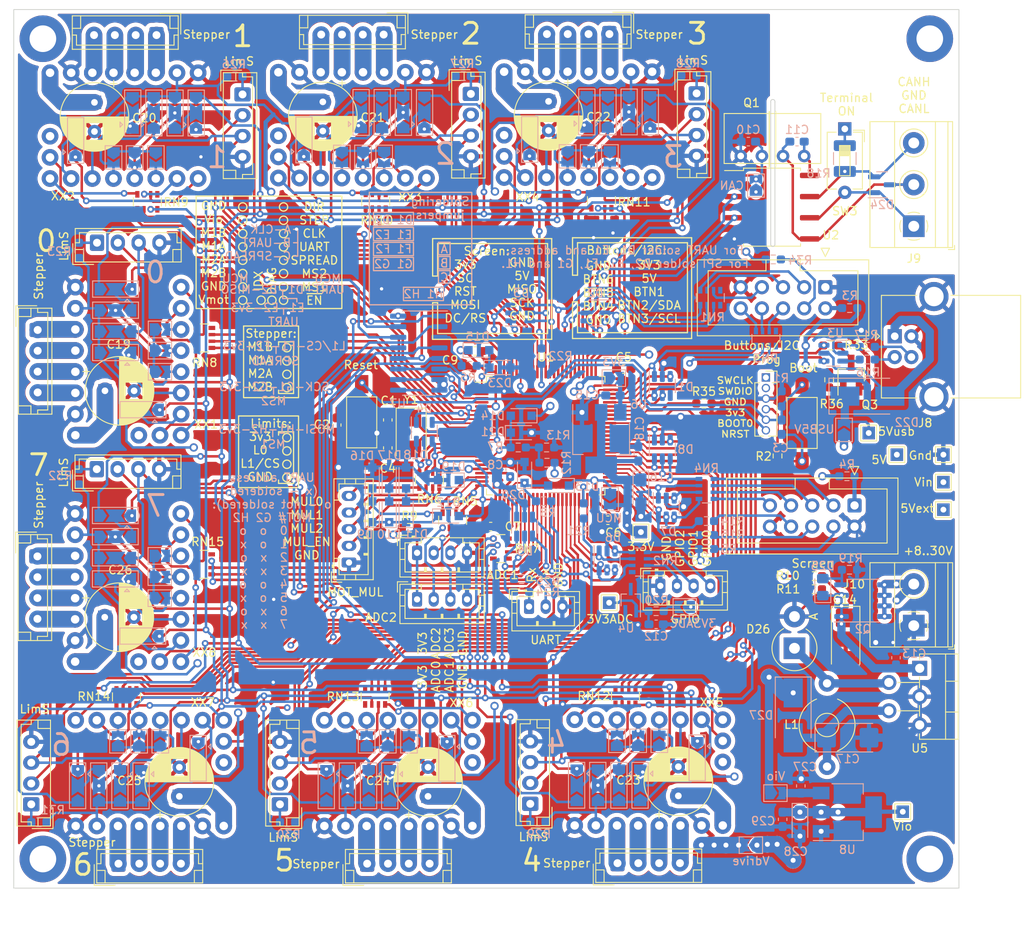
<source format=kicad_pcb>
(kicad_pcb (version 20211014) (generator pcbnew)

  (general
    (thickness 4.69)
  )

  (paper "A4")
  (layers
    (0 "F.Cu" signal)
    (1 "In1.Cu" power "Ground.Cu")
    (2 "In2.Cu" power "Power.Cu")
    (31 "B.Cu" signal)
    (32 "B.Adhes" user "B.Adhesive")
    (33 "F.Adhes" user "F.Adhesive")
    (34 "B.Paste" user)
    (35 "F.Paste" user)
    (36 "B.SilkS" user "B.Silkscreen")
    (37 "F.SilkS" user "F.Silkscreen")
    (38 "B.Mask" user)
    (39 "F.Mask" user)
    (40 "Dwgs.User" user "User.Drawings")
    (41 "Cmts.User" user "User.Comments")
    (42 "Eco1.User" user "User.Eco1")
    (43 "Eco2.User" user "User.Eco2")
    (44 "Edge.Cuts" user)
    (45 "Margin" user)
    (46 "B.CrtYd" user "B.Courtyard")
    (47 "F.CrtYd" user "F.Courtyard")
    (48 "B.Fab" user)
    (49 "F.Fab" user)
    (50 "User.1" user)
    (51 "User.2" user)
    (52 "User.3" user)
    (53 "User.4" user)
    (54 "User.5" user)
    (55 "User.6" user)
    (56 "User.7" user)
    (57 "User.8" user)
    (58 "User.9" user)
  )

  (setup
    (stackup
      (layer "F.SilkS" (type "Top Silk Screen"))
      (layer "F.Paste" (type "Top Solder Paste"))
      (layer "F.Mask" (type "Top Solder Mask") (thickness 0.01))
      (layer "F.Cu" (type "copper") (thickness 0.035))
      (layer "dielectric 1" (type "core") (thickness 1.51) (material "FR4") (epsilon_r 4.5) (loss_tangent 0.02))
      (layer "In1.Cu" (type "copper") (thickness 0.035))
      (layer "dielectric 2" (type "prepreg") (thickness 1.51) (material "FR4") (epsilon_r 4.5) (loss_tangent 0.02))
      (layer "In2.Cu" (type "copper") (thickness 0.035))
      (layer "dielectric 3" (type "core") (thickness 1.51) (material "FR4") (epsilon_r 4.5) (loss_tangent 0.02))
      (layer "B.Cu" (type "copper") (thickness 0.035))
      (layer "B.Mask" (type "Bottom Solder Mask") (thickness 0.01))
      (layer "B.Paste" (type "Bottom Solder Paste"))
      (layer "B.SilkS" (type "Bottom Silk Screen"))
      (copper_finish "None")
      (dielectric_constraints no)
    )
    (pad_to_mask_clearance 0)
    (pcbplotparams
      (layerselection 0x00010fc_ffffffff)
      (disableapertmacros false)
      (usegerberextensions false)
      (usegerberattributes true)
      (usegerberadvancedattributes true)
      (creategerberjobfile true)
      (svguseinch false)
      (svgprecision 6)
      (excludeedgelayer true)
      (plotframeref false)
      (viasonmask false)
      (mode 1)
      (useauxorigin false)
      (hpglpennumber 1)
      (hpglpenspeed 20)
      (hpglpendiameter 15.000000)
      (dxfpolygonmode true)
      (dxfimperialunits true)
      (dxfusepcbnewfont true)
      (psnegative false)
      (psa4output false)
      (plotreference true)
      (plotvalue true)
      (plotinvisibletext false)
      (sketchpadsonfab false)
      (subtractmaskfromsilk false)
      (outputformat 1)
      (mirror false)
      (drillshape 0)
      (scaleselection 1)
      (outputdirectory "gerbers/")
    )
  )

  (net 0 "")
  (net 1 "/MCU base/OSC_IN")
  (net 2 "GND")
  (net 3 "/MCU base/NRST")
  (net 4 "/MCU base/BOOT0")
  (net 5 "+3V3")
  (net 6 "/MCU base/OSC_OUT")
  (net 7 "unconnected-(D1-Pad4)")
  (net 8 "/MCU base/BTN1")
  (net 9 "/MCU base/BTN2_SDA")
  (net 10 "/MCU base/SWDIO")
  (net 11 "/MCU base/BTN3_SCL")
  (net 12 "/MCU base/SWCLK")
  (net 13 "M4_L0")
  (net 14 "M4_L1")
  (net 15 "/MCU base/BTN4")
  (net 16 "/MCU base/BTN5")
  (net 17 "/MCU base/BTN6")
  (net 18 "M3_L1")
  (net 19 "M3_L0")
  (net 20 "M2_L1")
  (net 21 "M2_L0")
  (net 22 "M1_L0")
  (net 23 "M1_L1")
  (net 24 "/MCU base/SCRN_DCRS")
  (net 25 "/MCU base/SCRN_SCK")
  (net 26 "/MCU base/SCRN_MISO")
  (net 27 "/MCU base/SCRN_MOSI")
  (net 28 "/MCU base/SCRN_RST")
  (net 29 "/MCU base/SCRN_CS")
  (net 30 "M6_L1")
  (net 31 "M6_L0")
  (net 32 "M5_L1")
  (net 33 "M5_L0")
  (net 34 "/MCU base/A0")
  (net 35 "/MCU base/A1")
  (net 36 "/MCU base/A2")
  (net 37 "/MCU base/A3")
  (net 38 "/MCU base/A4")
  (net 39 "/MCU base/A5")
  (net 40 "Net-(J1-Pad4)")
  (net 41 "Net-(J2-Pad2)")
  (net 42 "Net-(J2-Pad3)")
  (net 43 "Net-(J2-Pad5)")
  (net 44 "Net-(J2-Pad6)")
  (net 45 "Net-(J2-Pad7)")
  (net 46 "Net-(J2-Pad8)")
  (net 47 "ADC2")
  (net 48 "ADC3")
  (net 49 "ADC4")
  (net 50 "ADC5")
  (net 51 "+5V")
  (net 52 "ADC0")
  (net 53 "Vdrive")
  (net 54 "ADC1")
  (net 55 "unconnected-(RN1-Pad4)")
  (net 56 "unconnected-(RN1-Pad5)")
  (net 57 "MUL0")
  (net 58 "MUL1")
  (net 59 "MUL2")
  (net 60 "MUL_EN")
  (net 61 "M1_EN")
  (net 62 "M1_DIR")
  (net 63 "M1_STEP")
  (net 64 "+3.3VADC")
  (net 65 "TMC_SCK")
  (net 66 "TMC_MISO")
  (net 67 "TMC_MOSI")
  (net 68 "USART3_TX")
  (net 69 "M6_STEP")
  (net 70 "M6_DIR")
  (net 71 "M6_EN")
  (net 72 "M5_STEP")
  (net 73 "M5_DIR")
  (net 74 "M5_EN")
  (net 75 "USB_DM")
  (net 76 "USB_DP")
  (net 77 "M4_STEP")
  (net 78 "M4_EN")
  (net 79 "M4_DIR")
  (net 80 "CAN_RX")
  (net 81 "CAN_TX")
  (net 82 "USART2_TX")
  (net 83 "M3_DIR")
  (net 84 "M3_STEP")
  (net 85 "M3_EN")
  (net 86 "M2_STEP")
  (net 87 "M2_DIR")
  (net 88 "M2_EN")
  (net 89 "Net-(J2-Pad10)")
  (net 90 "Net-(C10-Pad1)")
  (net 91 "/MCU base/MOT_MUL0")
  (net 92 "/MCU base/MOT_MUL1")
  (net 93 "/MCU base/MOT_MUL2")
  (net 94 "/MCU base/MOT_MUL_EN")
  (net 95 "Net-(J6-Pad2)")
  (net 96 "Net-(J6-Pad3)")
  (net 97 "Net-(J6-Pad4)")
  (net 98 "Net-(J6-Pad5)")
  (net 99 "Net-(C11-Pad1)")
  (net 100 "Earth")
  (net 101 "Net-(C15-Pad1)")
  (net 102 "Net-(C17-Pad1)")
  (net 103 "Net-(D22-Pad1)")
  (net 104 "/VB")
  (net 105 "Net-(J3-Pad8)")
  (net 106 "/MCU base/OUT1")
  (net 107 "/MCU base/OUT0")
  (net 108 "/MCU base/OUT2")
  (net 109 "Net-(J7-Pad2)")
  (net 110 "Net-(J7-Pad3)")
  (net 111 "unconnected-(RN2-Pad4)")
  (net 112 "unconnected-(RN2-Pad5)")
  (net 113 "Net-(J7-Pad4)")
  (net 114 "/CANL")
  (net 115 "/CANH")
  (net 116 "Net-(D25-Pad2)")
  (net 117 "Net-(D26-Pad1)")
  (net 118 "Net-(J3-Pad1)")
  (net 119 "Net-(J3-Pad3)")
  (net 120 "Net-(J3-Pad4)")
  (net 121 "Net-(J3-Pad5)")
  (net 122 "Net-(J3-Pad6)")
  (net 123 "Net-(J3-Pad7)")
  (net 124 "Net-(J3-Pad9)")
  (net 125 "Net-(J4-Pad1)")
  (net 126 "Net-(J8-Pad2)")
  (net 127 "Net-(J8-Pad3)")
  (net 128 "Net-(J10-Pad2)")
  (net 129 "Net-(JP4-Pad2)")
  (net 130 "/Motors/Vm")
  (net 131 "/Motors/USART0-3")
  (net 132 "/Motors/MOSI")
  (net 133 "Net-(JP8-Pad1)")
  (net 134 "/Motors/SCK")
  (net 135 "Net-(JP13-Pad1)")
  (net 136 "/Motors/MISO")
  (net 137 "unconnected-(RN8-Pad8)")
  (net 138 "unconnected-(RN8-Pad1)")
  (net 139 "Net-(R16-Pad2)")
  (net 140 "Net-(R17-Pad2)")
  (net 141 "Net-(R18-Pad1)")
  (net 142 "/Motors/USART4-7")
  (net 143 "/Motors/DIAG4")
  (net 144 "/Motors/DIAG6")
  (net 145 "/Motors/DIAG7")
  (net 146 "/Motors/DIAG5")
  (net 147 "/Motors/DIAG3")
  (net 148 "/Motors/DIAG0")
  (net 149 "/Motors/DIAG1")
  (net 150 "/Motors/DIAG2")
  (net 151 "unconnected-(XX1-Pad18)")
  (net 152 "/Motors/stepper_M1/U")
  (net 153 "Net-(J11-Pad1)")
  (net 154 "/Motors/stepper_M1/~{ENx}")
  (net 155 "/Motors/stepper_M1/STEPx")
  (net 156 "/Motors/stepper_M1/DIRx")
  (net 157 "/MCU base/USART1_RX")
  (net 158 "/Motors/stepper_M1/MS1")
  (net 159 "/Motors/stepper_M1/MS2")
  (net 160 "/Motors/stepper_M1/SPR")
  (net 161 "/Motors/stepper_M1/CLK")
  (net 162 "/MCU base/USART1_TX")
  (net 163 "Net-(J13-Pad2)")
  (net 164 "Net-(J13-Pad1)")
  (net 165 "M0_L1")
  (net 166 "M0_L0")
  (net 167 "Net-(J12-Pad4)")
  (net 168 "Net-(J12-Pad3)")
  (net 169 "Net-(J12-Pad2)")
  (net 170 "Net-(J12-Pad1)")
  (net 171 "M0_STEP")
  (net 172 "M0_DIR")
  (net 173 "M0_EN")
  (net 174 "M7_L0")
  (net 175 "M7_L1")
  (net 176 "M7_DIR")
  (net 177 "M7_EN")
  (net 178 "M7_STEP")
  (net 179 "MCU3v3")
  (net 180 "unconnected-(RN7-Pad5)")
  (net 181 "unconnected-(RN7-Pad4)")
  (net 182 "Net-(J14-Pad1)")
  (net 183 "Net-(J15-Pad1)")
  (net 184 "Net-(J15-Pad2)")
  (net 185 "Net-(J15-Pad3)")
  (net 186 "Net-(J15-Pad4)")
  (net 187 "Net-(JP16-Pad1)")
  (net 188 "/Motors/stepper_M2/U")
  (net 189 "/Motors/stepper_M2/MS1")
  (net 190 "/Motors/stepper_M2/MS2")
  (net 191 "/Motors/stepper_M2/SPR")
  (net 192 "Net-(JP21-Pad1)")
  (net 193 "/Motors/stepper_M2/CLK")
  (net 194 "/Motors/stepper_M2/DIRx")
  (net 195 "/Motors/stepper_M2/STEPx")
  (net 196 "/Motors/stepper_M2/~{ENx}")
  (net 197 "unconnected-(RN9-Pad1)")
  (net 198 "unconnected-(RN9-Pad8)")
  (net 199 "unconnected-(XX2-Pad18)")
  (net 200 "Net-(J16-Pad1)")
  (net 201 "Net-(J17-Pad1)")
  (net 202 "Net-(J17-Pad2)")
  (net 203 "Net-(J17-Pad3)")
  (net 204 "Net-(J17-Pad4)")
  (net 205 "Net-(JP24-Pad1)")
  (net 206 "/Motors/stepper_M3/U")
  (net 207 "/Motors/stepper_M3/MS1")
  (net 208 "/Motors/stepper_M3/MS2")
  (net 209 "/Motors/stepper_M3/SPR")
  (net 210 "Net-(JP29-Pad1)")
  (net 211 "/Motors/stepper_M3/CLK")
  (net 212 "unconnected-(RN10-Pad1)")
  (net 213 "/Motors/stepper_M3/DIRx")
  (net 214 "/Motors/stepper_M3/STEPx")
  (net 215 "/Motors/stepper_M3/~{ENx}")
  (net 216 "unconnected-(RN10-Pad8)")
  (net 217 "unconnected-(XX3-Pad18)")
  (net 218 "Net-(J18-Pad1)")
  (net 219 "Net-(J19-Pad1)")
  (net 220 "Net-(J19-Pad2)")
  (net 221 "Net-(J19-Pad3)")
  (net 222 "Net-(J19-Pad4)")
  (net 223 "Net-(JP32-Pad1)")
  (net 224 "/Motors/stepper_M4/U")
  (net 225 "/Motors/stepper_M4/MS1")
  (net 226 "/Motors/stepper_M4/MS2")
  (net 227 "/Motors/stepper_M4/SPR")
  (net 228 "Net-(JP37-Pad1)")
  (net 229 "/Motors/stepper_M4/CLK")
  (net 230 "unconnected-(RN11-Pad1)")
  (net 231 "/Motors/stepper_M4/DIRx")
  (net 232 "/Motors/stepper_M4/STEPx")
  (net 233 "/Motors/stepper_M4/~{ENx}")
  (net 234 "unconnected-(RN11-Pad8)")
  (net 235 "unconnected-(XX4-Pad18)")
  (net 236 "Net-(J20-Pad1)")
  (net 237 "Net-(J21-Pad1)")
  (net 238 "Net-(J21-Pad2)")
  (net 239 "Net-(J21-Pad3)")
  (net 240 "Net-(J21-Pad4)")
  (net 241 "Net-(JP40-Pad1)")
  (net 242 "/Motors/stepper_M5/U")
  (net 243 "/Motors/stepper_M5/MS1")
  (net 244 "/Motors/stepper_M5/MS2")
  (net 245 "/Motors/stepper_M5/SPR")
  (net 246 "Net-(JP45-Pad1)")
  (net 247 "/Motors/stepper_M5/CLK")
  (net 248 "unconnected-(RN12-Pad1)")
  (net 249 "/Motors/stepper_M5/DIRx")
  (net 250 "/Motors/stepper_M5/STEPx")
  (net 251 "/Motors/stepper_M5/~{ENx}")
  (net 252 "unconnected-(RN12-Pad8)")
  (net 253 "unconnected-(XX5-Pad18)")
  (net 254 "Net-(J22-Pad1)")
  (net 255 "Net-(J23-Pad1)")
  (net 256 "Net-(J23-Pad2)")
  (net 257 "Net-(J23-Pad3)")
  (net 258 "Net-(J23-Pad4)")
  (net 259 "Net-(JP48-Pad1)")
  (net 260 "/Motors/stepper_M6/U")
  (net 261 "/Motors/stepper_M6/MS1")
  (net 262 "/Motors/stepper_M6/MS2")
  (net 263 "/Motors/stepper_M6/SPR")
  (net 264 "Net-(JP53-Pad1)")
  (net 265 "/Motors/stepper_M6/CLK")
  (net 266 "unconnected-(RN13-Pad1)")
  (net 267 "/Motors/stepper_M6/DIRx")
  (net 268 "/Motors/stepper_M6/STEPx")
  (net 269 "/Motors/stepper_M6/~{ENx}")
  (net 270 "unconnected-(RN13-Pad8)")
  (net 271 "unconnected-(XX6-Pad18)")
  (net 272 "Net-(J24-Pad1)")
  (net 273 "Net-(J25-Pad1)")
  (net 274 "Net-(J25-Pad2)")
  (net 275 "Net-(J25-Pad3)")
  (net 276 "Net-(J25-Pad4)")
  (net 277 "Net-(JP56-Pad1)")
  (net 278 "/Motors/stepper_M7/U")
  (net 279 "/Motors/stepper_M7/MS1")
  (net 280 "/Motors/stepper_M7/MS2")
  (net 281 "/Motors/stepper_M7/SPR")
  (net 282 "Net-(JP61-Pad1)")
  (net 283 "/Motors/stepper_M7/CLK")
  (net 284 "unconnected-(RN14-Pad1)")
  (net 285 "/Motors/stepper_M7/DIRx")
  (net 286 "/Motors/stepper_M7/STEPx")
  (net 287 "/Motors/stepper_M7/~{ENx}")
  (net 288 "unconnected-(RN14-Pad8)")
  (net 289 "unconnected-(XX7-Pad18)")
  (net 290 "Net-(J26-Pad1)")
  (net 291 "Net-(J27-Pad1)")
  (net 292 "Net-(J27-Pad2)")
  (net 293 "Net-(J27-Pad3)")
  (net 294 "Net-(J27-Pad4)")
  (net 295 "Net-(JP64-Pad1)")
  (net 296 "/Motors/stepper_M8/U")
  (net 297 "/Motors/stepper_M8/MS1")
  (net 298 "/Motors/stepper_M8/MS2")
  (net 299 "/Motors/stepper_M8/SPR")
  (net 300 "Net-(JP69-Pad1)")
  (net 301 "/Motors/stepper_M8/CLK")
  (net 302 "unconnected-(RN15-Pad1)")
  (net 303 "/Motors/stepper_M8/DIRx")
  (net 304 "/Motors/stepper_M8/STEPx")
  (net 305 "/Motors/stepper_M8/~{ENx}")
  (net 306 "unconnected-(RN15-Pad8)")
  (net 307 "unconnected-(XX8-Pad18)")
  (net 308 "/MCU base/Diagn")
  (net 309 "DIAGNOST")
  (net 310 "Net-(C27-Pad1)")
  (net 311 "Vio")
  (net 312 "Net-(Q3-Pad1)")
  (net 313 "Net-(J2-Pad4)")
  (net 314 "Net-(R33-Pad1)")
  (net 315 "/MCU base/DPPU")
  (net 316 "unconnected-(RN3-Pad1)")
  (net 317 "unconnected-(RN3-Pad8)")

  (footprint "Capacitor_SMD:C_0603_1608Metric_Pad1.08x0.95mm_HandSolder" (layer "F.Cu") (at 110.8975 79.502))

  (footprint "Connector_JST:JST_EH_B4B-EH-A_1x04_P2.50mm_Vertical" (layer "F.Cu") (at 99.921075 41.501827 180))

  (footprint "Connector_JST:JST_EH_B4B-EH-A_1x04_P2.50mm_Vertical" (layer "F.Cu") (at 58.374 76.974 -90))

  (footprint "Connector_JST:JST_PH_B5B-PH-K_1x05_P2.00mm_Vertical" (layer "F.Cu") (at 95.758 104.902 90))

  (footprint "Connector_IDC:IDC-Header_2x05_P2.54mm_Vertical" (layer "F.Cu") (at 152.9588 71.8407 -90))

  (footprint "Button_Switch_SMD:SW_SPST_FSMSM" (layer "F.Cu") (at 150.1648 88.138 -90))

  (footprint "Connector_JST:JST_EH_B4B-EH-A_1x04_P2.50mm_Vertical" (layer "F.Cu") (at 87.466 133.934 90))

  (footprint "TestPoint:TestPoint_THTPad_1.5x1.5mm_Drill0.7mm" (layer "F.Cu") (at 161.544 91.948))

  (footprint "MountingHole:MountingHole_3.2mm_M3_DIN965_Pad" (layer "F.Cu") (at 165.5 140.5))

  (footprint "Resistor_SMD:R_0603_1608Metric_Pad0.98x0.95mm_HandSolder" (layer "F.Cu") (at 153.416 82.9564 -90))

  (footprint "Button_Switch_THT:SW_DIP_SPSTx01_Slide_6.7x4.1mm_W7.62mm_P2.54mm_LowProfile" (layer "F.Cu") (at 155.2956 52.832 -90))

  (footprint "Capacitor_THT:CP_Radial_D8.0mm_P3.50mm" (layer "F.Cu") (at 105.246 132.978 90))

  (footprint "Connector_JST:JST_PH_B4B-PH-K_1x04_P2.00mm_Vertical" (layer "F.Cu") (at 103.934 103.7336))

  (footprint "Connector_JST:JST_EH_B4B-EH-A_1x04_P2.50mm_Vertical" (layer "F.Cu") (at 65.5 66.5))

  (footprint "stepper:stepper_module" (layer "F.Cu") (at 131.75 130.124 -90))

  (footprint "Resistor_SMD:R_Array_Convex_4x0603" (layer "F.Cu") (at 126.07045 61.46 -90))

  (footprint "Connector_JST:JST_PH_B3B-PH-K_1x03_P2.00mm_Vertical" (layer "F.Cu") (at 117.38 110.194))

  (footprint "stepper:stepper_module" (layer "F.Cu") (at 69.222 107.9116 180))

  (footprint "stepper:stepper_module" (layer "F.Cu") (at 96.171075 52.377827 90))

  (footprint "Resistor_SMD:R_Array_Convex_4x0603" (layer "F.Cu") (at 113.9952 103.2256))

  (footprint "TerminalBlock_Phoenix:TerminalBlock_Phoenix_MKDS-1,5-2_1x02_P5.00mm_Horizontal" (layer "F.Cu") (at 163.576 112.482 90))

  (footprint "Resistor_SMD:R_0603_1608Metric_Pad0.98x0.95mm_HandSolder" (layer "F.Cu") (at 153.6173 78.8416 180))

  (footprint "Connector_IDC:IDC-Header_2x05_P2.54mm_Vertical" (layer "F.Cu") (at 156.464 98.044 -90))

  (footprint "Package_TO_SOT_SMD:SOT-23_Handsoldering" (layer "F.Cu") (at 156.0576 82.3976 90))

  (footprint "TestPoint:TestPoint_THTPad_1.5x1.5mm_Drill0.7mm" (layer "F.Cu") (at 167.132 91.948))

  (footprint "Connector_PinSocket_1.27mm:PinSocket_1x06_P1.27mm_Vertical" (layer "F.Cu") (at 145.821 82.677))

  (footprint "Connector_JST:JST_EH_B4B-EH-A_1x04_P2.50mm_Vertical" (layer "F.Cu") (at 57.604925 133.934 90))

  (footprint "Package_QFP:LQFP-100_14x14mm_P0.5mm" (layer "F.Cu") (at 119.38 89.662))

  (footprint "MountingHole:MountingHole_3.2mm_M3_DIN965_Pad" (layer "F.Cu") (at 59 42))

  (footprint "Capacitor_THT:CP_Radial_D8.0mm_P3.50mm" (layer "F.Cu")
    (tedit 5AE50EF0) (tstamp 54feca81-afb3-4fb5-84f6-1707a4e4bb1b)
    (at 135.306 132.918 90)
    (descr "CP, Radial series, Radial, pin pitch=3.50mm, , diameter=8mm, Electrolytic Capacitor")
    (tags "CP Radial series Radial pin pitch 3.50mm  diameter 8mm Electrolytic Capacitor")
    (property "Sheetfile" "stepper_M.kicad_sch")
    (property "Sheetname" "stepper_M5")
    (path "/cf2c4fa9-a57e-4812-ae0c-3db57f6071a5/f8c6e88c-0183-4d2e-a3ca-39251d1701fb/028c2f35-a9b0-4aaf-988c-ea6dbc478016")
    (attr through_hole)
    (fp_text reference "C23" (at 1.8796 -5.9944) (layer "F.SilkS")
      (effects (font (size 1 1) (thickness 0.15)))
      (tstamp 7b4a4239-8607-4022-a212-bb8c6f16fa63)
    )
    (fp_text value "100u 35V" (at 1.75 5.25 90) (layer "F.Fab")
      (effects (font (size 1 1) (thickness 0.15)))
      (tstamp 96bf238f-4f4f-4f68-869e-10ec7b2d590d)
    )
    (fp_text user "${REFERENCE}" (at 1.75 0 90) (layer "F.Fab")
      (effects (font (size 1 1) (thickness 0.15)))
      (tstamp 428b2f70-031d-4d8d-bc9a-f057fe618982)
    )
    (fp_line (start 4.591 -2.945) (end 4.591 2.945) (layer "F.SilkS") (width 0.12) (tstamp 0341b80b-a284-4b79-b869-1fbf37caf697))
    (fp_line (start 2.35 -4.037) (end 2.35 4.037) (layer "F.SilkS") (width 0.12) (tstamp 06b8dc57-b8af-459b-9742-9a75215ed786))
    (fp_line (start 3.311 1.04) (end 3.311 3.774) (layer "F.SilkS") (width 0.12) (tstamp 08853ffb-610d-4058-a7ed-810ede818c32))
    (fp_line (start 3.711 -3.584) (end 3.711 -1.04) (layer "F.SilkS") (width 0.12) (tstamp 0a250321-2a40-4ea7-803e-597c67b3a908))
    (fp_line (start 3.551 -3.666) (end 3.551 -1.04) (layer "F.SilkS") (width 0.12) (tstamp 0ad097ec-cb29-4fde-8e11-c565a582b3c9))
    (fp_line (start 4.031 -3.392) (end 4.031 -1.04) (layer "F.SilkS") (width 0.12) (tstamp 0ad5b517-6afc-415d-b906-428f1cf86026))
    (fp_line (start 4.951 -2.556) (end 4.951 2.556) (layer "F.SilkS") (width 0.12) (tstamp 0ae4c03c-d0d2-4d8f-9744-4df60c31fef5))
    (fp_line (start 4.911 -2.604) (end 4.911 2.604) (layer "F.SilkS") (width 0.12) (tstamp 0b0a1389-e9cc-4e13-858b-51c0e62f42e3))
    (fp_line (start 4.791 -2.741) (end 4.791 2.741) (layer "F.SilkS") (width 0.12) (tstamp 0c57afef-3ce8-418e-aac3-e825b76ffc1e))
    (fp_line (start 1.87 -4.079) (end 1.87 4.079) (layer "F.SilkS") (width 0.12) (tstamp 0cac4be0-30c2-47e4-b192-807c51d1cf49))
    (fp_line (start 2.951 -3.902) (end 2.951 -1.04) (layer "F.SilkS") (width 0.12) (tstamp 0dd74dfa-4fd9-4993-830c-59480cf6a753))
    (fp_line (start 3.911 -3.469) (end 3.911 -1.04) (layer "F.SilkS") (width 0.12) (tstamp 0ef6e8d3-9ed9-4b56-b264-998a28590b6f))
    (fp_line (start 2.631 1.04) (end 2.631 3.985) (layer "F.SilkS") (width 0.12) (tstamp 10999b64-b707-46b7-9b41-763568379b06))
    (fp_line (start 5.591 -1.453) (end 5.591 1.453) (layer "F.SilkS") (width 0.12) (tstamp 10b2a98d-30b4-429d-b80f-2c285c482bdd))
    (fp_line (start 2.671 -3.976) (end 2.671 -1.04) (layer "F.SilkS") (width 0.12) (tstamp 1305c615-7d4c-4f44-a133-84ebc1df12c2))
    (fp_line (start 3.271 1.04) (end 3.271 3.79) (layer "F.SilkS") (width 0.12) (tstamp 1413e654-9277-4964-8e83-d941607f55bf))
    (fp_line (start 5.551 -1.552) (end 5.551 1.552) (layer "F.SilkS") (width 0.12) (tstamp 197ada20-f457-44c8-a3c4-81e3e5875f93))
    (fp_line (start 3.431 -3.722) (end 3.431 -1.04) (layer "F.SilkS") (width 0.12) (tstamp 1df3702f-c8b6-43ba-9681-65236dc4109e))
    (fp_line (start 3.911 1.04) (end 3.911 3.469) (layer "F.SilkS") (width 0.12) (tstamp 1e2916ff-56ed-43e4-9e7e-718f720daa60))
    (fp_line (start 1.95 -4.076) (end 1.95 4.076) (layer "F.SilkS") (width 0.12) (tstamp 1e41e304-f6ba-4945-9082-66ba30de890f))
    (fp_line (start 4.231 -3.25) (end 4.231 -1.04) (layer "F.SilkS") (width 0.12) (tstamp 1f8c071c-97f9-45fe-aedc-df2c79346e19))
    (fp_line (start 1.99 -4.074) (end 1.99 4.074) (layer "F.SilkS") (width 0.12) (tstamp 203e5bfd-c3cd-407c-b2f9-f253788edebf))
    (fp_line (start 5.111 -2.345) (end 5.111 2.345) (layer "F.SilkS") (width 0.12) (tstamp 225c4338-3bdd-4019-8af7-67593b4f3cab))
    (fp_line (start 4.311 1.04) (end 4.311 3.189) (layer "F.SilkS") (width 0.12) (tstamp 241021d2-ff57-4cdc-8e8b-e5be3e9a8d1b))
    (fp_line (start 2.711 1.04) (end 2.711 3.967) (layer "F.SilkS") (width 0.12) (tstamp 264c10a4-a6c0-4174-b449-6ad9b4bd822d))
    (fp_line (start 4.151 1.04) (end 4.151 3.309) (layer "F.SilkS") (width 0.12) (tstamp 266f29d4-ee14-4f6d-b981-a3c14fc8d08d))
    (fp_line (start 2.23 -4.052) (end 2.23 4.052) (layer "F.SilkS") (width 0.12) (tstamp 27465d4f-5b09-4035-b26f-e4760c54c1c3))
    (fp_line (start 3.511 -3.686) (end 3.511 -1.04) (layer "F.SilkS") (width 0.12) (tstamp 2a3d1b52-a8cc-463e-a567-8b3d4a5c05c3))
    (fp_line (start 3.751 -3.562) (end 3.751 -1.04) (layer "F.SilkS") (width 0.12) (tstamp 2b79d754-b878-4233-8e46-eb70a38e5705))
    (fp_line (start 5.271 -2.102) (end 5.271 2.102) (layer "F.SilkS") (width 0.12) (tstamp 2ca92dc9-28e8-45e7-9f29-e9dc8fcc1509))
    (fp_line (start 2.511 1.04) (end 2.511 4.01) (layer "F.SilkS") (width 0.12) (tstamp 2e1b8a49-dc10-4561-8b08-3650368e47fc))
    (fp_line (start 3.951 1.04) (end 3.951 3.444) (layer "F.SilkS") (width 0.12) (tstamp 2e5a6886-aab0-42bd-b2a1-4ed8b064f6f5))
    (fp_line (start 2.751 1.04) (end 2.751 3.957) (layer "F.SilkS") (width 0.12) (tstamp 316e9e0a-bb75-4956-b428-af79c04f0516))
    (fp_line (start 4.111 1.04) (end 4.111 3.338) (layer "F.SilkS") (width 0.12) (tstamp 35a595ef-d1b3-4672-8f62-32da7c420585))
    (fp_line (start 4.871 -2.651) (end 4.871 2.651) (layer "F.SilkS") (width 0.12) (tstamp 399ec781-6aa1-487c-b215-97bc23893585))
    (fp_line (start 3.551 1.04) (end 3.551 3.666) (layer "F.SilkS") (width 0.12) (tstamp 3ab39475-f3a3-4eda-8850-3486bc3b9d2c))
    (fp_line (start 4.271 1.04) (end 4.271 3.22) (layer "F.SilkS") (width 0.12) (tstamp 3eb8aeed-c0b5-41d2-97ff-55b7250e8d23))
    (fp_line (start 4.231 1.04) (end 4.231 3.25) (layer "F.SilkS") (width 0.12) (tstamp 4027b944-0345-43ca-aaac-a9fdce2fc371))
    (fp_line (start 5.071 -2.4) (end 5.071 2.4) (layer "F.SilkS") (width 0.12) (tstamp 409da033-9f9f-472b-a209-43334eac9340))
    (fp_line (start 2.831 -3.936) (end 2.831 -1.04) (layer "F.SilkS") (width 0.12) (tstamp 433d0b95-19e6-4cdc-88b4-6e285766e3a7))
    (fp_line (start 2.871 1.04) (end 2.871 3.925) (layer "F.SilkS") (width 0.12) (tstamp 45ccb5a
... [8771134 chars truncated]
</source>
